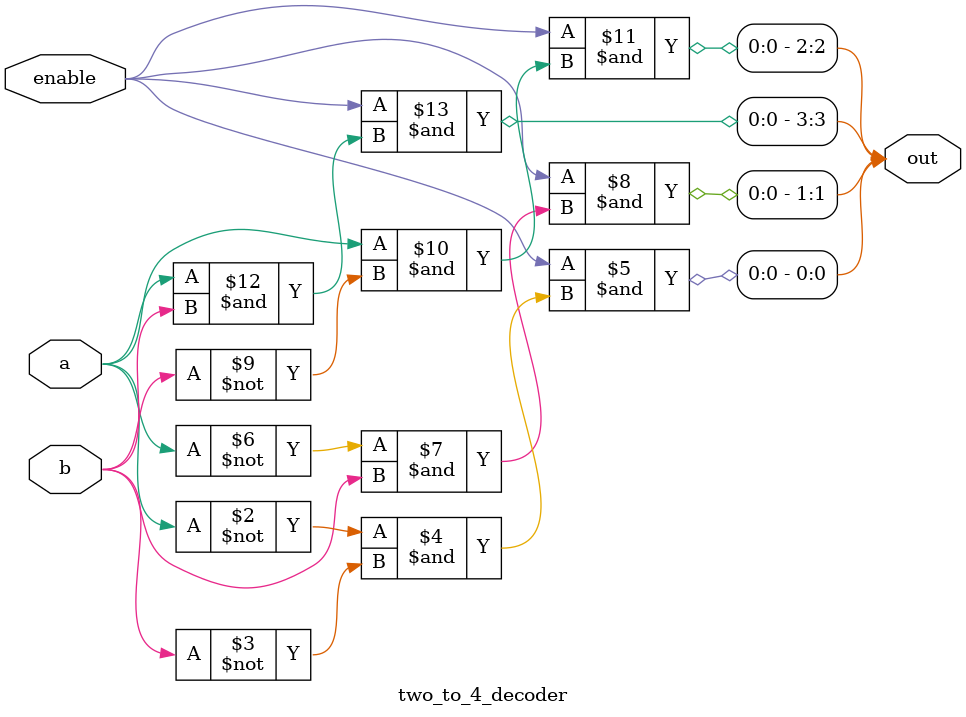
<source format=v>
module two_to_4_decoder (
     a,b,enable,out
);

input wire a,b,enable;
output reg [3:0] out;

always @(a or b or enable) begin
    out[0] = enable & (~a & ~b);
    out[1] = enable & (~a & b);
    out[2] = enable & (a & ~b);
    out[3] = enable & (a & b);
    
end

// always @(a or b or enable or out) begin
//     $display("%d %d %d %d",out[0],out[1],out[2],out[3]);
    
// end

    
endmodule
</source>
